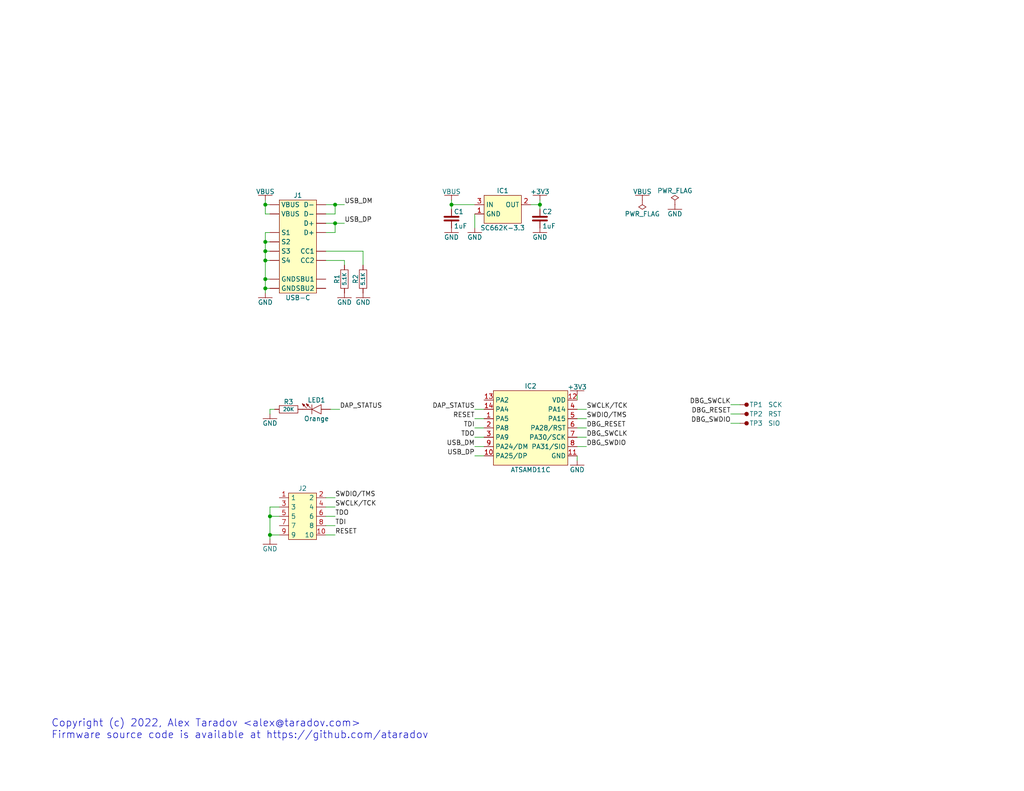
<source format=kicad_sch>
(kicad_sch (version 20211123) (generator eeschema)
  (paper "USLetter")
  (title_block (date "2022-04-07") (rev "1"))
  (lib_symbols
    (symbol "ataradov_conn:Conn-5x2" (pin_names (offset 0.635))
      (property "Reference" "J?" (at 0 7.62 0))
      (symbol "Conn-5x2_0_1"
        (rectangle (start -3.81 6.35) (end 3.81 -6.35) (fill (type background)))
      )
      (symbol "Conn-5x2_1_1"
        (pin passive line (at -6.35 5.08 0) (length 2.54) (name "1") (number "1"))
        (pin passive line (at 6.35 -5.08 180) (length 2.54) (name "10") (number "10"))
        (pin passive line (at 6.35 5.08 180) (length 2.54) (name "2") (number "2"))
        (pin passive line (at -6.35 2.54 0) (length 2.54) (name "3") (number "3"))
        (pin passive line (at 6.35 2.54 180) (length 2.54) (name "4") (number "4"))
        (pin passive line (at -6.35 0 0) (length 2.54) (name "5") (number "5"))
        (pin passive line (at 6.35 0 180) (length 2.54) (name "6") (number "6"))
        (pin passive line (at -6.35 -2.54 0) (length 2.54) (name "7") (number "7"))
        (pin passive line (at 6.35 -2.54 180) (length 2.54) (name "8") (number "8"))
        (pin passive line (at -6.35 -5.08 0) (length 2.54) (name "9") (number "9"))
      )
    )
    (symbol "ataradov_conn:USB-C" (pin_numbers hide)
      (property "Reference" "J?" (at 0 12.7 0))
      (property "Value" "USB-C" (at 0 -15.24 0))
      (symbol "USB-C_0_1"
        (rectangle (start -5.08 11.43) (end 5.08 -13.97) (fill (type background)))
      )
      (symbol "USB-C_1_1"
        (pin bidirectional line (at 7.62 -2.54 180) (length 2.54) (name "CC1") (number "CC1"))
        (pin bidirectional line (at 7.62 -5.08 180) (length 2.54) (name "CC2") (number "CC2"))
        (pin bidirectional line (at 7.62 5.08 180) (length 2.54) (name "D+") (number "D+1"))
        (pin bidirectional line (at 7.62 2.54 180) (length 2.54) (name "D+") (number "D+2"))
        (pin bidirectional line (at 7.62 10.16 180) (length 2.54) (name "D-") (number "D-1"))
        (pin bidirectional line (at 7.62 7.62 180) (length 2.54) (name "D-") (number "D-2"))
        (pin passive line (at -7.62 -10.16 0) (length 2.54) (name "GND") (number "GND1"))
        (pin passive line (at -7.62 -12.7 0) (length 2.54) (name "GND") (number "GND2"))
        (pin passive line (at -7.62 2.54 0) (length 2.54) (name "S1") (number "S1"))
        (pin passive line (at -7.62 0 0) (length 2.54) (name "S2") (number "S2"))
        (pin passive line (at -7.62 -2.54 0) (length 2.54) (name "S3") (number "S3"))
        (pin passive line (at -7.62 -5.08 0) (length 2.54) (name "S4") (number "S4"))
        (pin bidirectional line (at 7.62 -10.16 180) (length 2.54) (name "SBU1") (number "SBU1"))
        (pin bidirectional line (at 7.62 -12.7 180) (length 2.54) (name "SBU2") (number "SBU2"))
        (pin passive line (at -7.62 10.16 0) (length 2.54) (name "VBUS") (number "VBUS1"))
        (pin passive line (at -7.62 7.62 0) (length 2.54) (name "VBUS") (number "VBUS2"))
      )
    )
    (symbol "ataradov_led:LED" (pin_numbers hide) (pin_names (offset 1.016) hide)
      (property "Reference" "LED?" (at 0 2.54 0))
      (property "Value" "LED" (at 0 -2.54 0))
      (symbol "LED_0_1"
        (polyline (pts (xy 1.27 1.27) (xy 1.27 -1.27)))
        (polyline (pts (xy 2.1336 1.2192) (xy 2.4892 0.8636)))
        (polyline (pts (xy 2.794 1.524) (xy 2.2352 1.1684)))
        (polyline (pts (xy 2.794 1.524) (xy 2.4384 0.9652)))
        (polyline (pts (xy 3.2004 1.2192) (xy 3.556 0.8636)))
        (polyline (pts (xy 3.8608 1.524) (xy 3.302 1.1684)))
        (polyline (pts (xy 3.8608 1.524) (xy 3.4544 0.9652)))
        (polyline (pts (xy -1.27 1.27) (xy -1.27 -1.27) (xy 1.27 0) (xy -1.27 1.27)))
        (polyline (pts (xy 1.6256 0.3556) (xy 2.794 1.524) (xy 2.1336 1.2192) (xy 2.794 1.524) (xy 2.4892 0.8636)))
        (polyline (pts (xy 2.6924 0.3556) (xy 3.8608 1.524) (xy 3.2004 1.2192) (xy 3.8608 1.524) (xy 3.556 0.8636)))
      )
      (symbol "LED_1_1"
        (pin passive line (at -3.81 0 0) (length 2.54) (name "A") (number "1"))
        (pin passive line (at 3.81 0 180) (length 2.54) (name "K") (number "2"))
      )
    )
    (symbol "ataradov_mcu:ATSAMD11C"
      (property "Reference" "IC?" (at 0 11.43 0))
      (property "Value" "ATSAMD11C" (at 0 -11.43 0))
      (symbol "ATSAMD11C_0_1"
        (rectangle (start -10.16 10.16) (end 10.16 -10.16) (fill (type background)))
      )
      (symbol "ATSAMD11C_1_1"
        (pin bidirectional line (at -12.7 2.54 0) (length 2.54) (name "PA5") (number "1"))
        (pin bidirectional line (at -12.7 -7.62 0) (length 2.54) (name "PA25/DP") (number "10"))
        (pin power_in line (at 12.7 -7.62 180) (length 2.54) (name "GND") (number "11"))
        (pin power_in line (at 12.7 7.62 180) (length 2.54) (name "VDD") (number "12"))
        (pin bidirectional line (at -12.7 7.62 0) (length 2.54) (name "PA2") (number "13"))
        (pin bidirectional line (at -12.7 5.08 0) (length 2.54) (name "PA4") (number "14"))
        (pin bidirectional line (at -12.7 0 0) (length 2.54) (name "PA8") (number "2"))
        (pin bidirectional line (at -12.7 -2.54 0) (length 2.54) (name "PA9") (number "3"))
        (pin bidirectional line (at 12.7 5.08 180) (length 2.54) (name "PA14") (number "4"))
        (pin bidirectional line (at 12.7 2.54 180) (length 2.54) (name "PA15") (number "5"))
        (pin bidirectional line (at 12.7 0 180) (length 2.54) (name "PA28/RST") (number "6"))
        (pin bidirectional line (at 12.7 -2.54 180) (length 2.54) (name "PA30/SCK") (number "7"))
        (pin bidirectional line (at 12.7 -5.08 180) (length 2.54) (name "PA31/SIO") (number "8"))
        (pin bidirectional line (at -12.7 -5.08 0) (length 2.54) (name "PA24/DM") (number "9"))
      )
    )
    (symbol "ataradov_misc:TestPoint" (pin_numbers hide) (pin_names hide)
      (property "Reference" "TP?" (at 2.54 0 0))
      (property "Value" "TestPoint" (at 7.62 0 0))
      (symbol "TestPoint_0_1"
        (circle (center 1.778 0) (radius 0.508) (fill (type outline)))
      )
      (symbol "TestPoint_1_1"
        (pin passive line (at 0 0 0) (length 1.78) (name "1") (number "1"))
      )
    )
    (symbol "ataradov_pwr:+3V3" (power) (pin_names (offset 0))
      (property "Value" "+3V3" (at 0 2.286 0))
      (symbol "+3V3_0_1"
        (polyline (pts (xy -1.905 1.27) (xy 0 1.27)))
        (polyline (pts (xy 0 0) (xy 0 1.27)))
        (polyline (pts (xy 0 1.27) (xy 1.905 1.27)))
      )
      (symbol "+3V3_1_1"
        (pin power_in line (at 0 0 90) (length 0) hide (name "+3V3") (number "1"))
      )
    )
    (symbol "ataradov_pwr:GND" (power) (pin_names (offset 0))
      (property "Value" "GND" (at 0 -2.54 0))
      (symbol "GND_0_1"
        (polyline (pts (xy -1.905 -1.27) (xy 1.905 -1.27)))
        (polyline (pts (xy 0 0) (xy 0 -1.27)))
      )
      (symbol "GND_1_1"
        (pin power_in line (at 0 0 270) (length 0) hide (name "GND") (number "1"))
      )
    )
    (symbol "ataradov_pwr:VBUS" (power) (pin_names (offset 0))
      (property "Value" "VBUS" (at 0 2.286 0))
      (symbol "VBUS_0_1"
        (polyline (pts (xy -1.905 1.27) (xy 0 1.27)))
        (polyline (pts (xy 0 0) (xy 0 1.27)))
        (polyline (pts (xy 0 1.27) (xy 1.905 1.27)))
      )
      (symbol "VBUS_1_1"
        (pin power_in line (at 0 0 90) (length 0) hide (name "VBUS") (number "1"))
      )
    )
    (symbol "ataradov_rlc:C" (pin_numbers hide) (pin_names hide)
      (property "Reference" "C?" (at 0.635 1.905 0))
      (property "Value" "C" (at 0.635 -2.032 0))
      (symbol "C_0_1"
        (polyline (pts (xy -1.905 -0.508) (xy 1.905 -0.508)) (stroke (width 0.5)))
        (polyline (pts (xy -1.905 0.508) (xy 1.905 0.508)) (stroke (width 0.5)))
      )
      (symbol "C_1_1"
        (pin passive line (at 0 -2.54 90) (length 1.905) (name "1") (number "1"))
        (pin passive line (at 0 2.54 270) (length 1.905) (name "2") (number "2"))
      )
    )
    (symbol "ataradov_rlc:R" (pin_numbers hide) (pin_names hide)
      (property "Reference" "R?" (at 0 2.032 0))
      (property "Value" "R" (at 0 0 0))
      (symbol "R_0_1"
        (rectangle (start -2.54 1.016) (end 2.54 -1.016))
      )
      (symbol "R_1_1"
        (pin passive line (at -3.81 0 0) (length 1.27) (name "1") (number "1"))
        (pin passive line (at 3.81 0 180) (length 1.27) (name "2") (number "2"))
      )
    )
    (symbol "ataradov_vreg:SC662K"
      (property "Reference" "IC?" (at 0 6.35 0))
      (property "Value" "SC662K" (at 0 -3.81 0))
      (symbol "SC662K_0_1"
        (rectangle (start -5.08 5.08) (end 5.08 -2.54) (fill (type background)))
      )
      (symbol "SC662K_1_1"
        (pin power_in line (at -7.62 0 0) (length 2.54) (name "GND") (number "1"))
        (pin power_out line (at 7.62 2.54 180) (length 2.54) (name "OUT") (number "2"))
        (pin power_in line (at -7.62 2.54 0) (length 2.54) (name "IN") (number "3"))
      )
    )
    (symbol "power:PWR_FLAG" (power) (pin_numbers hide) (pin_names (offset 0) hide)
      (property "Value" "PWR_FLAG" (at 0 3.81 0))
      (symbol "PWR_FLAG_0_0"
        (pin power_out line (at 0 0 90) (length 0) (name "pwr") (number "1"))
      )
      (symbol "PWR_FLAG_0_1"
        (polyline (pts (xy 0 0) (xy 0 1.27) (xy -1.016 1.905) (xy 0 2.54) (xy 1.016 1.905) (xy 0 1.27)))
      )
    )
  )
  (junction (at 72.39 71.12))
  (junction (at 72.39 68.58))
  (junction (at 73.66 140.97))
  (junction (at 72.39 66.04))
  (junction (at 72.39 55.88))
  (junction (at 72.39 76.2))
  (junction (at 147.32 55.88))
  (junction (at 123.19 55.88))
  (junction (at 72.39 78.74))
  (junction (at 73.66 146.05))
  (junction (at 91.44 55.88))
  (junction (at 91.44 60.96))
  (wire (pts (xy 123.19 57.15) (xy 123.19 55.88)))
  (wire (pts (xy 73.66 140.97) (xy 73.66 146.05)))
  (wire (pts (xy 88.9 71.12) (xy 93.98 71.12)))
  (wire (pts (xy 157.48 107.95) (xy 157.48 109.22)))
  (wire (pts (xy 72.39 66.04) (xy 72.39 68.58)))
  (wire (pts (xy 73.66 76.2) (xy 72.39 76.2)))
  (wire (pts (xy 99.06 68.58) (xy 99.06 72.39)))
  (wire (pts (xy 157.48 114.3) (xy 160.02 114.3)))
  (wire (pts (xy 88.9 60.96) (xy 91.44 60.96)))
  (wire (pts (xy 199.39 110.49) (xy 201.93 110.49)))
  (wire (pts (xy 123.19 55.88) (xy 129.54 55.88)))
  (wire (pts (xy 72.39 78.74) (xy 72.39 80.01)))
  (wire (pts (xy 73.66 138.43) (xy 76.2 138.43)))
  (wire (pts (xy 129.54 58.42) (xy 129.54 62.23)))
  (wire (pts (xy 157.48 116.84) (xy 160.02 116.84)))
  (wire (pts (xy 132.08 111.76) (xy 129.54 111.76)))
  (wire (pts (xy 144.78 55.88) (xy 147.32 55.88)))
  (wire (pts (xy 88.9 68.58) (xy 99.06 68.58)))
  (wire (pts (xy 129.54 114.3) (xy 132.08 114.3)))
  (wire (pts (xy 72.39 54.61) (xy 72.39 55.88)))
  (wire (pts (xy 91.44 55.88) (xy 91.44 58.42)))
  (wire (pts (xy 129.54 119.38) (xy 132.08 119.38)))
  (wire (pts (xy 72.39 68.58) (xy 72.39 71.12)))
  (wire (pts (xy 73.66 111.76) (xy 74.93 111.76)))
  (wire (pts (xy 147.32 57.15) (xy 147.32 55.88)))
  (wire (pts (xy 72.39 58.42) (xy 73.66 58.42)))
  (wire (pts (xy 72.39 78.74) (xy 73.66 78.74)))
  (wire (pts (xy 157.48 121.92) (xy 160.02 121.92)))
  (wire (pts (xy 199.39 115.57) (xy 201.93 115.57)))
  (wire (pts (xy 88.9 138.43) (xy 91.44 138.43)))
  (wire (pts (xy 88.9 58.42) (xy 91.44 58.42)))
  (wire (pts (xy 129.54 116.84) (xy 132.08 116.84)))
  (wire (pts (xy 88.9 135.89) (xy 91.44 135.89)))
  (wire (pts (xy 91.44 55.88) (xy 93.98 55.88)))
  (wire (pts (xy 72.39 71.12) (xy 72.39 76.2)))
  (wire (pts (xy 72.39 55.88) (xy 73.66 55.88)))
  (wire (pts (xy 157.48 124.46) (xy 157.48 125.73)))
  (wire (pts (xy 93.98 72.39) (xy 93.98 71.12)))
  (wire (pts (xy 88.9 55.88) (xy 91.44 55.88)))
  (wire (pts (xy 73.66 113.03) (xy 73.66 111.76)))
  (wire (pts (xy 123.19 54.61) (xy 123.19 55.88)))
  (wire (pts (xy 72.39 76.2) (xy 72.39 78.74)))
  (wire (pts (xy 72.39 68.58) (xy 73.66 68.58)))
  (wire (pts (xy 73.66 146.05) (xy 76.2 146.05)))
  (wire (pts (xy 72.39 55.88) (xy 72.39 58.42)))
  (wire (pts (xy 72.39 71.12) (xy 73.66 71.12)))
  (wire (pts (xy 129.54 121.92) (xy 132.08 121.92)))
  (wire (pts (xy 88.9 63.5) (xy 91.44 63.5)))
  (wire (pts (xy 157.48 111.76) (xy 160.02 111.76)))
  (wire (pts (xy 91.44 60.96) (xy 93.98 60.96)))
  (wire (pts (xy 90.17 111.76) (xy 92.71 111.76)))
  (wire (pts (xy 73.66 138.43) (xy 73.66 140.97)))
  (wire (pts (xy 73.66 140.97) (xy 76.2 140.97)))
  (wire (pts (xy 72.39 66.04) (xy 73.66 66.04)))
  (wire (pts (xy 157.48 119.38) (xy 160.02 119.38)))
  (wire (pts (xy 88.9 140.97) (xy 91.44 140.97)))
  (wire (pts (xy 147.32 54.61) (xy 147.32 55.88)))
  (wire (pts (xy 91.44 60.96) (xy 91.44 63.5)))
  (wire (pts (xy 73.66 146.05) (xy 73.66 147.32)))
  (wire (pts (xy 72.39 63.5) (xy 72.39 66.04)))
  (wire (pts (xy 73.66 63.5) (xy 72.39 63.5)))
  (wire (pts (xy 88.9 146.05) (xy 91.44 146.05)))
  (wire (pts (xy 88.9 143.51) (xy 91.44 143.51)))
  (wire (pts (xy 199.39 113.03) (xy 201.93 113.03)))
  (wire (pts (xy 129.54 124.46) (xy 132.08 124.46)))
  (text "Copyright (c) 2022, Alex Taradov <alex@taradov.com>\nFirmware source code is available at https://github.com/ataradov" (at 13.97 201.93 0) (effects (font (size 2 2)) (justify left bottom)))
  (label "RESET" (at 91.44 146.05 0))
  (label "RESET" (at 129.54 114.3 180))
  (label "SWDIO{slash}TMS" (at 91.44 135.89 0))
  (label "SWCLK{slash}TCK" (at 91.44 138.43 0))
  (label "TDO" (at 129.54 119.38 180))
  (label "USB_DP" (at 93.98 60.96 0))
  (label "DBG_RESET" (at 199.39 113.03 180))
  (label "USB_DP" (at 129.54 124.46 180))
  (label "USB_DM" (at 93.98 55.88 0))
  (label "DBG_RESET" (at 160.02 116.84 0))
  (label "DBG_SWCLK" (at 160.02 119.38 0))
  (label "DBG_SWDIO" (at 160.02 121.92 0))
  (label "SWDIO{slash}TMS" (at 160.02 114.3 0))
  (label "DBG_SWCLK" (at 199.39 110.49 180))
  (label "TDO" (at 91.44 140.97 0))
  (label "SWCLK{slash}TCK" (at 160.02 111.76 0))
  (label "TDI" (at 129.54 116.84 180))
  (label "DBG_SWDIO" (at 199.39 115.57 180))
  (label "DAP_STATUS" (at 92.71 111.76 0))
  (label "TDI" (at 91.44 143.51 0))
  (label "DAP_STATUS" (at 129.54 111.76 180))
  (label "USB_DM" (at 129.54 121.92 180))
  (symbol (lib_id "ataradov_rlc:C") (at 147.32 59.69 0) (unit 1)
    (property "Reference" "C2" (at 147.955 57.785 0) (effects (justify left)))
    (property "Value" "1uF" (at 147.955 61.722 0) (effects (justify left)))
    (property "Footprint" "ataradov_smd:0603" (effects hide))
  )
  (symbol (lib_id "ataradov_pwr:GND") (at 93.98 80.01 0) (unit 1)
    (property "Reference" "#PWR010" (effects hide))
    (property "Value" "GND" (at 93.98 82.55 0))
  )
  (symbol (lib_id "ataradov_pwr:GND") (at 73.66 113.03 0) (unit 1)
    (property "Reference" "#PWR013" (effects hide))
    (property "Value" "GND" (at 73.66 115.57 0))
  )
  (symbol (lib_id "ataradov_pwr:GND") (at 147.32 62.23 0) (unit 1)
    (property "Reference" "#PWR08" (effects hide))
    (property "Value" "GND" (at 147.32 64.77 0))
  )
  (symbol (lib_id "ataradov_rlc:R") (at 93.98 76.2 90) (unit 1)
    (property "Reference" "R1" (at 91.948 76.2 0))
    (property "Value" "5.1K" (at 93.98 76.2 0) (effects (font (size 1.016 1.016))))
    (property "Footprint" "ataradov_smd:0603" (effects hide))
  )
  (symbol (lib_id "ataradov_misc:TestPoint") (at 201.93 113.03 0) (mirror x) (unit 1)
    (property "Reference" "TP2" (at 204.47 113.03 0) (effects (justify left)))
    (property "Value" "RST" (at 209.55 113.03 0) (effects (justify left)))
    (property "Footprint" "ataradov_misc:TestPoint-1.27mm-SMD" (effects hide))
  )
  (symbol (lib_id "power:PWR_FLAG") (at 175.26 54.61 180) (unit 1)
    (property "Reference" "#FLG01" (effects hide))
    (property "Value" "PWR_FLAG" (at 175.26 58.42 0))
  )
  (symbol (lib_id "ataradov_pwr:+3V3") (at 147.32 54.61 0) (unit 1)
    (property "Reference" "#PWR03" (effects hide))
    (property "Value" "+3V3" (at 147.32 52.324 0))
  )
  (symbol (lib_id "ataradov_led:LED") (at 86.36 111.76 0) (mirror y) (unit 1)
    (property "Reference" "LED1" (at 86.36 109.22 0))
    (property "Value" "Orange" (at 86.36 114.3 0))
    (property "Footprint" "ataradov_smd:0603" (effects hide))
  )
  (symbol (lib_id "ataradov_rlc:R") (at 99.06 76.2 90) (unit 1)
    (property "Reference" "R2" (at 97.028 76.2 0))
    (property "Value" "5.1K" (at 99.06 76.2 0) (effects (font (size 1.016 1.016))))
    (property "Footprint" "ataradov_smd:0603" (effects hide))
  )
  (symbol (lib_id "ataradov_pwr:GND") (at 157.48 125.73 0) (unit 1)
    (property "Reference" "#PWR015" (effects hide))
    (property "Value" "GND" (at 157.48 128.27 0))
  )
  (symbol (lib_id "ataradov_pwr:GND") (at 123.19 62.23 0) (unit 1)
    (property "Reference" "#PWR06" (effects hide))
    (property "Value" "GND" (at 123.19 64.77 0))
  )
  (symbol (lib_id "ataradov_pwr:VBUS") (at 175.26 54.61 0) (unit 1)
    (property "Reference" "#PWR04" (effects hide))
    (property "Value" "VBUS" (at 175.26 52.324 0))
  )
  (symbol (lib_id "ataradov_pwr:+3V3") (at 157.48 107.95 0) (unit 1)
    (property "Reference" "#PWR012" (effects hide))
    (property "Value" "+3V3" (at 157.48 105.664 0))
  )
  (symbol (lib_id "ataradov_misc:TestPoint") (at 201.93 115.57 0) (mirror x) (unit 1)
    (property "Reference" "TP3" (at 204.47 115.57 0) (effects (justify left)))
    (property "Value" "SIO" (at 209.55 115.57 0) (effects (justify left)))
    (property "Footprint" "ataradov_misc:TestPoint-1.27mm-SMD" (effects hide))
  )
  (symbol (lib_id "ataradov_conn:Conn-5x2") (at 82.55 140.97 0) (unit 1)
    (property "Reference" "J2" (at 82.55 133.35 0))
    (property "Value" "Conn-5x2" (effects hide))
    (property "Footprint" "ataradov_conn:Header-5x2-1.27mm-SMD" (effects hide))
  )
  (symbol (lib_id "ataradov_conn:USB-C") (at 81.28 66.04 0) (unit 1)
    (property "Reference" "J1" (at 81.28 53.34 0))
    (property "Value" "USB-C" (at 81.28 81.28 0))
    (property "Footprint" "ataradov_conn:USB-C" (effects hide))
  )
  (symbol (lib_id "ataradov_pwr:GND") (at 184.15 55.88 0) (unit 1)
    (property "Reference" "#PWR05" (effects hide))
    (property "Value" "GND" (at 184.15 58.42 0))
  )
  (symbol (lib_id "ataradov_misc:TestPoint") (at 201.93 110.49 0) (mirror x) (unit 1)
    (property "Reference" "TP1" (at 204.47 110.49 0) (effects (justify left)))
    (property "Value" "SCK" (at 209.55 110.49 0) (effects (justify left)))
    (property "Footprint" "ataradov_misc:TestPoint-1.27mm-SMD" (effects hide))
  )
  (symbol (lib_id "ataradov_rlc:R") (at 78.74 111.76 0) (unit 1)
    (property "Reference" "R3" (at 78.74 109.728 0))
    (property "Value" "20K" (at 78.74 111.76 0) (effects (font (size 1.016 1.016))))
    (property "Footprint" "ataradov_smd:0603" (effects hide))
  )
  (symbol (lib_id "ataradov_pwr:GND") (at 129.54 62.23 0) (unit 1)
    (property "Reference" "#PWR07" (effects hide))
    (property "Value" "GND" (at 129.54 64.77 0))
  )
  (symbol (lib_id "ataradov_pwr:GND") (at 72.39 80.01 0) (unit 1)
    (property "Reference" "#PWR09" (effects hide))
    (property "Value" "GND" (at 72.39 82.55 0))
  )
  (symbol (lib_id "ataradov_pwr:GND") (at 99.06 80.01 0) (unit 1)
    (property "Reference" "#PWR011" (effects hide))
    (property "Value" "GND" (at 99.06 82.55 0))
  )
  (symbol (lib_id "ataradov_rlc:C") (at 123.19 59.69 0) (unit 1)
    (property "Reference" "C1" (at 123.825 57.785 0) (effects (justify left)))
    (property "Value" "1uF" (at 123.825 61.722 0) (effects (justify left)))
    (property "Footprint" "ataradov_smd:0603" (effects hide))
  )
  (symbol (lib_id "ataradov_vreg:SC662K") (at 137.16 58.42 0) (unit 1)
    (property "Reference" "IC1" (at 137.16 52.07 0))
    (property "Value" "SC662K-3.3" (at 137.16 62.23 0))
    (property "Footprint" "ataradov_ic:SOT-23" (effects hide))
  )
  (symbol (lib_id "ataradov_pwr:VBUS") (at 72.39 54.61 0) (unit 1)
    (property "Reference" "#PWR01" (effects hide))
    (property "Value" "VBUS" (at 72.39 52.324 0))
  )
  (symbol (lib_id "ataradov_mcu:ATSAMD11C") (at 144.78 116.84 0) (unit 1)
    (property "Reference" "IC2" (at 144.78 105.41 0))
    (property "Value" "ATSAMD11C" (at 144.78 128.27 0))
    (property "Footprint" "ataradov_ic:SOIC-14" (effects hide))
  )
  (symbol (lib_id "ataradov_pwr:GND") (at 73.66 147.32 0) (unit 1)
    (property "Reference" "#PWR016" (effects hide))
    (property "Value" "GND" (at 73.66 149.86 0))
  )
  (symbol (lib_id "power:PWR_FLAG") (at 184.15 55.88 0) (unit 1)
    (property "Reference" "#FLG02" (effects hide))
    (property "Value" "PWR_FLAG" (at 184.15 52.07 0))
  )
  (symbol (lib_id "ataradov_pwr:VBUS") (at 123.19 54.61 0) (unit 1)
    (property "Reference" "#PWR02" (effects hide))
    (property "Value" "VBUS" (at 123.19 52.324 0))
  )
)
</source>
